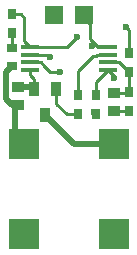
<source format=gtl>
G04 Layer_Physical_Order=1*
G04 Layer_Color=255*
%FSLAX25Y25*%
%MOIN*%
G70*
G01*
G75*
%ADD10R,0.03937X0.03543*%
%ADD11R,0.03543X0.03150*%
%ADD12R,0.03150X0.03799*%
%ADD13R,0.06299X0.01378*%
%ADD14R,0.03347X0.05118*%
%ADD15R,0.10000X0.10000*%
%ADD16C,0.01000*%
%ADD17C,0.02000*%
%ADD18R,0.05906X0.05906*%
%ADD19C,0.02362*%
D10*
X318000Y198047D02*
D03*
Y203953D02*
D03*
X350000Y201953D02*
D03*
Y196047D02*
D03*
D11*
X316000Y211047D02*
D03*
Y216953D02*
D03*
D12*
Y228150D02*
D03*
Y221850D02*
D03*
X355000Y215150D02*
D03*
Y208850D02*
D03*
Y202150D02*
D03*
Y195850D02*
D03*
X344000Y194850D02*
D03*
Y201150D02*
D03*
X338000D02*
D03*
Y194850D02*
D03*
D13*
X322008Y209661D02*
D03*
Y212221D02*
D03*
Y214779D02*
D03*
Y217339D02*
D03*
X347992D02*
D03*
Y214779D02*
D03*
Y212221D02*
D03*
Y209661D02*
D03*
D14*
X327000Y194669D02*
D03*
X323260Y203331D02*
D03*
X330740Y203331D02*
D03*
D15*
X350000Y185000D02*
D03*
X320000D02*
D03*
Y155000D02*
D03*
X350000D02*
D03*
D16*
X347992Y212221D02*
X351630D01*
X355000Y208850D01*
Y202150D02*
Y208850D01*
X354803Y201953D02*
X355000Y202150D01*
X350000Y201953D02*
X354803D01*
X344000Y201150D02*
Y205669D01*
X347992Y209661D01*
X316000Y228150D02*
X318850D01*
X316000Y216953D02*
Y221850D01*
X322008Y217339D02*
X334339D01*
X334150Y194850D02*
X338000D01*
X330740Y198260D02*
X334150Y194850D01*
X330740Y198260D02*
Y203331D01*
X322008Y214779D02*
X327720D01*
X334339Y217339D02*
X337632Y220632D01*
X338000Y201150D02*
Y209404D01*
X337500Y220632D02*
X337632D01*
X350000Y207000D02*
Y207653D01*
X347992Y209661D02*
X350000Y207653D01*
X322008Y207992D02*
Y209661D01*
Y207992D02*
X323260Y206740D01*
Y203331D02*
Y206740D01*
X322638Y203953D02*
X323260Y203331D01*
X344661Y217339D02*
X347992D01*
X342000Y220000D02*
X344661Y217339D01*
X342000Y220000D02*
Y225000D01*
X340000Y227000D02*
X342000Y225000D01*
X344376Y214779D02*
X347992D01*
X338000Y209404D02*
X342846Y214250D01*
X343846D01*
X344376Y214779D01*
X350000Y196047D02*
X354803D01*
X317000Y188000D02*
X320000Y185000D01*
Y219346D02*
X322008Y217339D01*
X320000Y219346D02*
Y227000D01*
X318850Y228150D02*
X320000Y227000D01*
X317953Y203953D02*
X318000D01*
X354000Y224000D02*
X355000Y223000D01*
Y215150D02*
Y223000D01*
X328500Y209000D02*
X332000D01*
X326658Y210842D02*
Y210972D01*
Y210842D02*
X328500Y209000D01*
X325409Y212221D02*
X326658Y210972D01*
X322008Y212221D02*
X325409D01*
X327720Y214779D02*
X328500Y214000D01*
D17*
X327000Y194669D02*
X336669Y185000D01*
X350000D01*
X317000Y188000D02*
Y198047D01*
X314000Y209047D02*
X315976Y211024D01*
X318000Y203953D02*
X322638D01*
X314000Y200000D02*
Y209047D01*
Y200000D02*
X315953Y198047D01*
X318000D01*
D18*
X340000Y228000D02*
D03*
X330000D02*
D03*
D19*
X332000Y209000D02*
D03*
X337500Y220632D02*
D03*
X350000Y207000D02*
D03*
X342500Y217500D02*
D03*
X350000Y196047D02*
D03*
X317953Y203953D02*
D03*
X316100Y211047D02*
D03*
X354000Y224000D02*
D03*
X328500Y214000D02*
D03*
X343400Y195600D02*
D03*
M02*

</source>
